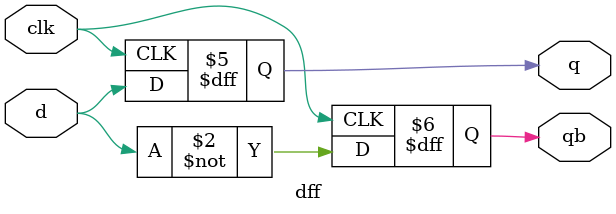
<source format=v>
`timescale 1ns / 1ps
module dff(d, clk, q, qb);
    input d;
    input clk;
    output q;
    output qb;
	 reg q=0,qb=1;
	 always@(posedge clk)
	 begin
	 q=d;

	 qb=~q;

end
endmodule

</source>
